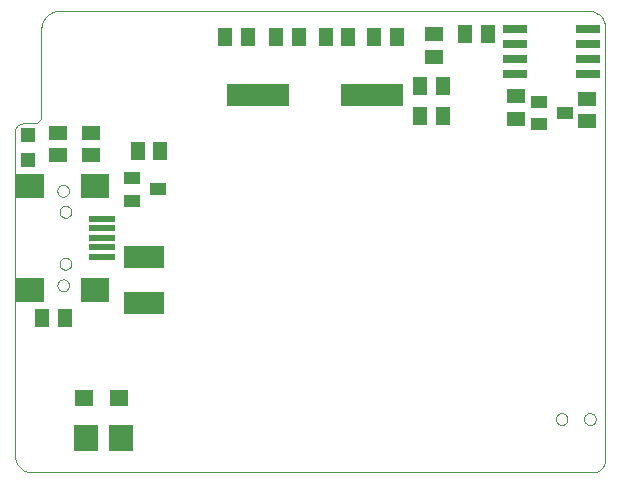
<source format=gtp>
G75*
%MOIN*%
%OFA0B0*%
%FSLAX24Y24*%
%IPPOS*%
%LPD*%
%AMOC8*
5,1,8,0,0,1.08239X$1,22.5*
%
%ADD10C,0.0000*%
%ADD11R,0.0945X0.0787*%
%ADD12R,0.0909X0.0197*%
%ADD13R,0.0512X0.0591*%
%ADD14R,0.2100X0.0760*%
%ADD15R,0.0800X0.0260*%
%ADD16R,0.0591X0.0512*%
%ADD17R,0.0551X0.0394*%
%ADD18R,0.0787X0.0866*%
%ADD19R,0.0630X0.0551*%
%ADD20R,0.1339X0.0748*%
%ADD21R,0.0472X0.0472*%
D10*
X002038Y000854D02*
X002038Y011613D01*
X002039Y011613D02*
X002041Y011645D01*
X002046Y011676D01*
X002055Y011707D01*
X002067Y011737D01*
X002083Y011765D01*
X002101Y011791D01*
X002122Y011815D01*
X002146Y011836D01*
X002172Y011854D01*
X002200Y011870D01*
X002230Y011882D01*
X002261Y011891D01*
X002292Y011896D01*
X002324Y011898D01*
X002324Y011899D02*
X002659Y011899D01*
X002689Y011901D01*
X002718Y011906D01*
X002747Y011914D01*
X002774Y011925D01*
X002800Y011940D01*
X002824Y011957D01*
X002846Y011977D01*
X002866Y011999D01*
X002883Y012023D01*
X002898Y012049D01*
X002909Y012076D01*
X002917Y012105D01*
X002922Y012134D01*
X002924Y012164D01*
X002924Y015048D01*
X002926Y015095D01*
X002931Y015142D01*
X002941Y015189D01*
X002954Y015234D01*
X002970Y015279D01*
X002990Y015322D01*
X003013Y015363D01*
X003039Y015402D01*
X003068Y015440D01*
X003101Y015474D01*
X003135Y015507D01*
X003173Y015536D01*
X003212Y015562D01*
X003253Y015585D01*
X003296Y015605D01*
X003341Y015621D01*
X003386Y015634D01*
X003433Y015644D01*
X003480Y015649D01*
X003527Y015651D01*
X021161Y015651D01*
X021161Y015650D02*
X021207Y015648D01*
X021254Y015642D01*
X021299Y015633D01*
X021343Y015620D01*
X021387Y015603D01*
X021428Y015582D01*
X021468Y015558D01*
X021506Y015531D01*
X021542Y015501D01*
X021574Y015469D01*
X021604Y015433D01*
X021631Y015395D01*
X021655Y015355D01*
X021676Y015314D01*
X021693Y015270D01*
X021706Y015226D01*
X021715Y015181D01*
X021721Y015134D01*
X021723Y015088D01*
X021723Y000683D01*
X021721Y000644D01*
X021716Y000606D01*
X021707Y000569D01*
X021695Y000532D01*
X021679Y000497D01*
X021660Y000463D01*
X021639Y000431D01*
X021614Y000401D01*
X021587Y000374D01*
X021557Y000349D01*
X021525Y000328D01*
X021491Y000309D01*
X021456Y000293D01*
X021419Y000281D01*
X021382Y000272D01*
X021344Y000267D01*
X021305Y000265D01*
X002628Y000265D01*
X002582Y000267D01*
X002536Y000272D01*
X002491Y000281D01*
X002446Y000294D01*
X002403Y000310D01*
X002361Y000329D01*
X002320Y000352D01*
X002282Y000377D01*
X002245Y000406D01*
X002212Y000438D01*
X002180Y000471D01*
X002151Y000508D01*
X002126Y000546D01*
X002103Y000587D01*
X002084Y000629D01*
X002068Y000672D01*
X002055Y000717D01*
X002046Y000762D01*
X002041Y000808D01*
X002039Y000854D01*
X003456Y006501D02*
X003458Y006528D01*
X003464Y006555D01*
X003473Y006581D01*
X003486Y006605D01*
X003502Y006628D01*
X003521Y006647D01*
X003543Y006664D01*
X003567Y006678D01*
X003592Y006688D01*
X003619Y006695D01*
X003646Y006698D01*
X003674Y006697D01*
X003701Y006692D01*
X003727Y006684D01*
X003751Y006672D01*
X003774Y006656D01*
X003795Y006638D01*
X003812Y006617D01*
X003827Y006593D01*
X003838Y006568D01*
X003846Y006542D01*
X003850Y006515D01*
X003850Y006487D01*
X003846Y006460D01*
X003838Y006434D01*
X003827Y006409D01*
X003812Y006385D01*
X003795Y006364D01*
X003774Y006346D01*
X003752Y006330D01*
X003727Y006318D01*
X003701Y006310D01*
X003674Y006305D01*
X003646Y006304D01*
X003619Y006307D01*
X003592Y006314D01*
X003567Y006324D01*
X003543Y006338D01*
X003521Y006355D01*
X003502Y006374D01*
X003486Y006397D01*
X003473Y006421D01*
X003464Y006447D01*
X003458Y006474D01*
X003456Y006501D01*
X003532Y007222D02*
X003534Y007249D01*
X003540Y007276D01*
X003549Y007302D01*
X003562Y007326D01*
X003578Y007349D01*
X003597Y007368D01*
X003619Y007385D01*
X003643Y007399D01*
X003668Y007409D01*
X003695Y007416D01*
X003722Y007419D01*
X003750Y007418D01*
X003777Y007413D01*
X003803Y007405D01*
X003827Y007393D01*
X003850Y007377D01*
X003871Y007359D01*
X003888Y007338D01*
X003903Y007314D01*
X003914Y007289D01*
X003922Y007263D01*
X003926Y007236D01*
X003926Y007208D01*
X003922Y007181D01*
X003914Y007155D01*
X003903Y007130D01*
X003888Y007106D01*
X003871Y007085D01*
X003850Y007067D01*
X003828Y007051D01*
X003803Y007039D01*
X003777Y007031D01*
X003750Y007026D01*
X003722Y007025D01*
X003695Y007028D01*
X003668Y007035D01*
X003643Y007045D01*
X003619Y007059D01*
X003597Y007076D01*
X003578Y007095D01*
X003562Y007118D01*
X003549Y007142D01*
X003540Y007168D01*
X003534Y007195D01*
X003532Y007222D01*
X003532Y008954D02*
X003534Y008981D01*
X003540Y009008D01*
X003549Y009034D01*
X003562Y009058D01*
X003578Y009081D01*
X003597Y009100D01*
X003619Y009117D01*
X003643Y009131D01*
X003668Y009141D01*
X003695Y009148D01*
X003722Y009151D01*
X003750Y009150D01*
X003777Y009145D01*
X003803Y009137D01*
X003827Y009125D01*
X003850Y009109D01*
X003871Y009091D01*
X003888Y009070D01*
X003903Y009046D01*
X003914Y009021D01*
X003922Y008995D01*
X003926Y008968D01*
X003926Y008940D01*
X003922Y008913D01*
X003914Y008887D01*
X003903Y008862D01*
X003888Y008838D01*
X003871Y008817D01*
X003850Y008799D01*
X003828Y008783D01*
X003803Y008771D01*
X003777Y008763D01*
X003750Y008758D01*
X003722Y008757D01*
X003695Y008760D01*
X003668Y008767D01*
X003643Y008777D01*
X003619Y008791D01*
X003597Y008808D01*
X003578Y008827D01*
X003562Y008850D01*
X003549Y008874D01*
X003540Y008900D01*
X003534Y008927D01*
X003532Y008954D01*
X003456Y009655D02*
X003458Y009682D01*
X003464Y009709D01*
X003473Y009735D01*
X003486Y009759D01*
X003502Y009782D01*
X003521Y009801D01*
X003543Y009818D01*
X003567Y009832D01*
X003592Y009842D01*
X003619Y009849D01*
X003646Y009852D01*
X003674Y009851D01*
X003701Y009846D01*
X003727Y009838D01*
X003751Y009826D01*
X003774Y009810D01*
X003795Y009792D01*
X003812Y009771D01*
X003827Y009747D01*
X003838Y009722D01*
X003846Y009696D01*
X003850Y009669D01*
X003850Y009641D01*
X003846Y009614D01*
X003838Y009588D01*
X003827Y009563D01*
X003812Y009539D01*
X003795Y009518D01*
X003774Y009500D01*
X003752Y009484D01*
X003727Y009472D01*
X003701Y009464D01*
X003674Y009459D01*
X003646Y009458D01*
X003619Y009461D01*
X003592Y009468D01*
X003567Y009478D01*
X003543Y009492D01*
X003521Y009509D01*
X003502Y009528D01*
X003486Y009551D01*
X003473Y009575D01*
X003464Y009601D01*
X003458Y009628D01*
X003456Y009655D01*
X020066Y002045D02*
X020068Y002072D01*
X020074Y002099D01*
X020083Y002125D01*
X020096Y002149D01*
X020112Y002172D01*
X020131Y002191D01*
X020153Y002208D01*
X020177Y002222D01*
X020202Y002232D01*
X020229Y002239D01*
X020256Y002242D01*
X020284Y002241D01*
X020311Y002236D01*
X020337Y002228D01*
X020361Y002216D01*
X020384Y002200D01*
X020405Y002182D01*
X020422Y002161D01*
X020437Y002137D01*
X020448Y002112D01*
X020456Y002086D01*
X020460Y002059D01*
X020460Y002031D01*
X020456Y002004D01*
X020448Y001978D01*
X020437Y001953D01*
X020422Y001929D01*
X020405Y001908D01*
X020384Y001890D01*
X020362Y001874D01*
X020337Y001862D01*
X020311Y001854D01*
X020284Y001849D01*
X020256Y001848D01*
X020229Y001851D01*
X020202Y001858D01*
X020177Y001868D01*
X020153Y001882D01*
X020131Y001899D01*
X020112Y001918D01*
X020096Y001941D01*
X020083Y001965D01*
X020074Y001991D01*
X020068Y002018D01*
X020066Y002045D01*
X021011Y002045D02*
X021013Y002072D01*
X021019Y002099D01*
X021028Y002125D01*
X021041Y002149D01*
X021057Y002172D01*
X021076Y002191D01*
X021098Y002208D01*
X021122Y002222D01*
X021147Y002232D01*
X021174Y002239D01*
X021201Y002242D01*
X021229Y002241D01*
X021256Y002236D01*
X021282Y002228D01*
X021306Y002216D01*
X021329Y002200D01*
X021350Y002182D01*
X021367Y002161D01*
X021382Y002137D01*
X021393Y002112D01*
X021401Y002086D01*
X021405Y002059D01*
X021405Y002031D01*
X021401Y002004D01*
X021393Y001978D01*
X021382Y001953D01*
X021367Y001929D01*
X021350Y001908D01*
X021329Y001890D01*
X021307Y001874D01*
X021282Y001862D01*
X021256Y001854D01*
X021229Y001849D01*
X021201Y001848D01*
X021174Y001851D01*
X021147Y001858D01*
X021122Y001868D01*
X021098Y001882D01*
X021076Y001899D01*
X021057Y001918D01*
X021041Y001941D01*
X021028Y001965D01*
X021019Y001991D01*
X021013Y002018D01*
X021011Y002045D01*
D11*
X004714Y006356D03*
X002548Y006356D03*
X002548Y009820D03*
X004714Y009820D03*
D12*
X004936Y008718D03*
X004936Y008403D03*
X004936Y008088D03*
X004936Y007773D03*
X004936Y007458D03*
D13*
X003700Y005411D03*
X002952Y005411D03*
X006145Y010978D03*
X006893Y010978D03*
X009058Y014769D03*
X009806Y014769D03*
X010759Y014769D03*
X011507Y014769D03*
X012397Y014769D03*
X013145Y014769D03*
X014015Y014777D03*
X014763Y014777D03*
X015558Y013139D03*
X016306Y013139D03*
X016298Y012151D03*
X015550Y012151D03*
X017058Y014867D03*
X017806Y014867D03*
D14*
X013950Y012852D03*
X010150Y012852D03*
D15*
X018718Y013535D03*
X018718Y014035D03*
X018718Y014535D03*
X018718Y015035D03*
X021138Y015035D03*
X021138Y014535D03*
X021138Y014035D03*
X021138Y013535D03*
D16*
X021113Y012726D03*
X021113Y011978D03*
X018759Y012056D03*
X018759Y012804D03*
X016007Y014127D03*
X016007Y014875D03*
X004578Y011592D03*
X004578Y010844D03*
X003464Y010836D03*
X003464Y011584D03*
D17*
X005956Y010076D03*
X006822Y009702D03*
X005956Y009328D03*
X019515Y011879D03*
X020381Y012253D03*
X019515Y012627D03*
D18*
X005582Y001399D03*
X004401Y001399D03*
D19*
X004342Y002753D03*
X005523Y002753D03*
D20*
X006342Y005899D03*
X006342Y007434D03*
D21*
X002468Y010682D03*
X002468Y011509D03*
M02*

</source>
